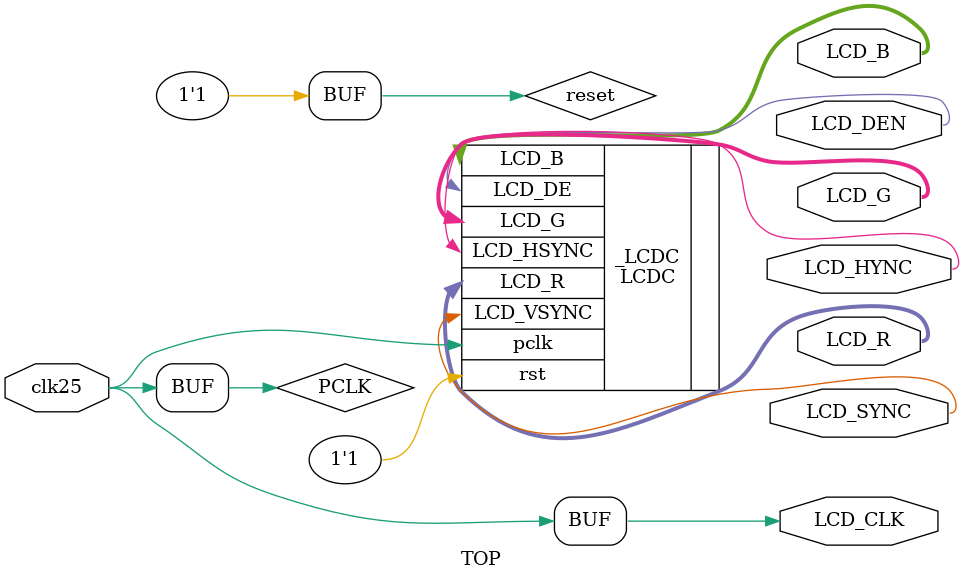
<source format=v>
module TOP
(
	//input  reset,
    input  clk25,

	output LCD_CLK,
	output LCD_HYNC,
	output LCD_SYNC,
	output LCD_DEN,
	output [4:0] LCD_R,
	output [5:0] LCD_G,
	output [4:0] LCD_B,

);

	assign PCLK = clk25;
    assign reset = 1;

	LCDC _LCDC
	(
		.rst	   (reset),

		.pclk	   (PCLK),
		.LCD_DE	   (LCD_DEN),
		.LCD_HSYNC (LCD_HYNC),
    	.LCD_VSYNC (LCD_SYNC),

		.LCD_B	   (LCD_B),
		.LCD_G	   (LCD_G),
		.LCD_R	   (LCD_R)
	);

	assign LCD_CLK = PCLK;

endmodule

</source>
